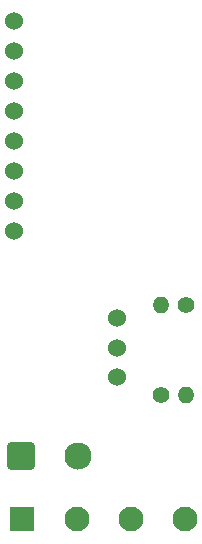
<source format=gbr>
%TF.GenerationSoftware,KiCad,Pcbnew,8.0.8*%
%TF.CreationDate,2025-02-17T15:57:02+09:00*%
%TF.ProjectId,hotdoggu_slimeVR_PCB,686f7464-6f67-4677-955f-736c696d6556,rev?*%
%TF.SameCoordinates,Original*%
%TF.FileFunction,Soldermask,Bot*%
%TF.FilePolarity,Negative*%
%FSLAX46Y46*%
G04 Gerber Fmt 4.6, Leading zero omitted, Abs format (unit mm)*
G04 Created by KiCad (PCBNEW 8.0.8) date 2025-02-17 15:57:02*
%MOMM*%
%LPD*%
G01*
G04 APERTURE LIST*
G04 Aperture macros list*
%AMRoundRect*
0 Rectangle with rounded corners*
0 $1 Rounding radius*
0 $2 $3 $4 $5 $6 $7 $8 $9 X,Y pos of 4 corners*
0 Add a 4 corners polygon primitive as box body*
4,1,4,$2,$3,$4,$5,$6,$7,$8,$9,$2,$3,0*
0 Add four circle primitives for the rounded corners*
1,1,$1+$1,$2,$3*
1,1,$1+$1,$4,$5*
1,1,$1+$1,$6,$7*
1,1,$1+$1,$8,$9*
0 Add four rect primitives between the rounded corners*
20,1,$1+$1,$2,$3,$4,$5,0*
20,1,$1+$1,$4,$5,$6,$7,0*
20,1,$1+$1,$6,$7,$8,$9,0*
20,1,$1+$1,$8,$9,$2,$3,0*%
G04 Aperture macros list end*
%ADD10C,1.400000*%
%ADD11O,1.400000X1.400000*%
%ADD12RoundRect,0.250001X-0.899999X-0.899999X0.899999X-0.899999X0.899999X0.899999X-0.899999X0.899999X0*%
%ADD13C,2.300000*%
%ADD14C,1.524000*%
%ADD15RoundRect,0.250001X-0.799999X-0.799999X0.799999X-0.799999X0.799999X0.799999X-0.799999X0.799999X0*%
%ADD16C,2.100000*%
G04 APERTURE END LIST*
D10*
%TO.C,R1*%
X162110000Y-108940000D03*
D11*
X162110000Y-116560000D03*
%TD*%
D12*
%TO.C,J2*%
X148108000Y-121666000D03*
D13*
X152908000Y-121666000D03*
%TD*%
D14*
%TO.C,U2*%
X147500000Y-84902000D03*
X147500000Y-87442000D03*
X147500000Y-89982000D03*
X147500000Y-92522000D03*
X147500000Y-95062000D03*
X147500000Y-97602000D03*
X147500000Y-100142000D03*
X147500000Y-102682000D03*
%TD*%
D15*
%TO.C,J1*%
X148210000Y-127000000D03*
D16*
X152810000Y-127000000D03*
X157410000Y-127000000D03*
X162010000Y-127000000D03*
%TD*%
D14*
%TO.C,SW1*%
X156220000Y-115043000D03*
X156220000Y-112543000D03*
X156220000Y-110043000D03*
%TD*%
D10*
%TO.C,R2*%
X160000000Y-116560000D03*
D11*
X160000000Y-108940000D03*
%TD*%
M02*

</source>
